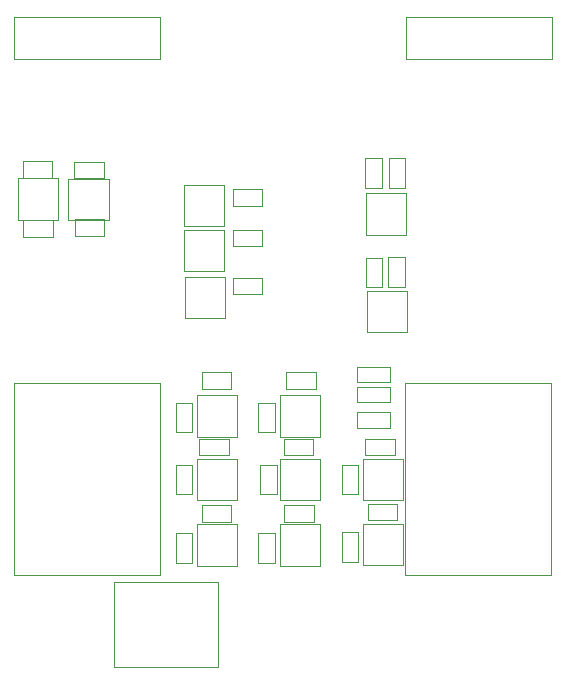
<source format=gbr>
%TF.GenerationSoftware,KiCad,Pcbnew,4.0.7*%
%TF.CreationDate,2017-11-15T23:53:34+08:00*%
%TF.ProjectId,finalRoundNixie,66696E616C526F756E644E697869652E,rev?*%
%TF.FileFunction,Other,User*%
%FSLAX46Y46*%
G04 Gerber Fmt 4.6, Leading zero omitted, Abs format (unit mm)*
G04 Created by KiCad (PCBNEW 4.0.7) date 11/15/17 23:53:34*
%MOMM*%
%LPD*%
G01*
G04 APERTURE LIST*
%ADD10C,0.100000*%
%ADD11C,0.050000*%
G04 APERTURE END LIST*
D10*
D11*
X17850000Y-55300000D02*
X9050000Y-55300000D01*
X17850000Y-48100000D02*
X17850000Y-55300000D01*
X9050000Y-48100000D02*
X17850000Y-48100000D01*
X9050000Y-55300000D02*
X9050000Y-48100000D01*
X32400000Y-31550000D02*
X29600000Y-31550000D01*
X32400000Y-31550000D02*
X32400000Y-32850000D01*
X29600000Y-32850000D02*
X29600000Y-31550000D01*
X29600000Y-32850000D02*
X32400000Y-32850000D01*
X33700000Y-31200000D02*
X33700000Y-47500000D01*
X33700000Y-47500000D02*
X46050000Y-47500000D01*
X46050000Y-47500000D02*
X46050000Y-31200000D01*
X46050000Y-31200000D02*
X33700000Y-31200000D01*
X12900000Y-31200000D02*
X12900000Y-47500000D01*
X12900000Y-47500000D02*
X550000Y-47500000D01*
X550000Y-47500000D02*
X550000Y-31200000D01*
X550000Y-31200000D02*
X12900000Y-31200000D01*
X32300000Y-12200000D02*
X32300000Y-14700000D01*
X32300000Y-12200000D02*
X33700000Y-12200000D01*
X33700000Y-14700000D02*
X32300000Y-14700000D01*
X33700000Y-14700000D02*
X33700000Y-12200000D01*
X31700000Y-14700000D02*
X31700000Y-12200000D01*
X31700000Y-14700000D02*
X30300000Y-14700000D01*
X30300000Y-12200000D02*
X31700000Y-12200000D01*
X30300000Y-12200000D02*
X30300000Y-14700000D01*
X33750000Y-15150000D02*
X30350000Y-15150000D01*
X30350000Y-15150000D02*
X30350000Y-18650000D01*
X30350000Y-18650000D02*
X33750000Y-18650000D01*
X33750000Y-18650000D02*
X33750000Y-15150000D01*
X32250000Y-20550000D02*
X32250000Y-23050000D01*
X32250000Y-20550000D02*
X33650000Y-20550000D01*
X33650000Y-23050000D02*
X32250000Y-23050000D01*
X33650000Y-23050000D02*
X33650000Y-20550000D01*
X31750000Y-23100000D02*
X31750000Y-20600000D01*
X31750000Y-23100000D02*
X30350000Y-23100000D01*
X30350000Y-20600000D02*
X31750000Y-20600000D01*
X30350000Y-20600000D02*
X30350000Y-23100000D01*
X23400000Y-37325000D02*
X25900000Y-37325000D01*
X23400000Y-37325000D02*
X23400000Y-35925000D01*
X25900000Y-35925000D02*
X25900000Y-37325000D01*
X25900000Y-35925000D02*
X23400000Y-35925000D01*
X30300000Y-37325000D02*
X32800000Y-37325000D01*
X30300000Y-37325000D02*
X30300000Y-35925000D01*
X32800000Y-35925000D02*
X32800000Y-37325000D01*
X32800000Y-35925000D02*
X30300000Y-35925000D01*
X23450000Y-42975000D02*
X25950000Y-42975000D01*
X23450000Y-42975000D02*
X23450000Y-41575000D01*
X25950000Y-41575000D02*
X25950000Y-42975000D01*
X25950000Y-41575000D02*
X23450000Y-41575000D01*
X16450000Y-31700000D02*
X18950000Y-31700000D01*
X16450000Y-31700000D02*
X16450000Y-30300000D01*
X18950000Y-30300000D02*
X18950000Y-31700000D01*
X18950000Y-30300000D02*
X16450000Y-30300000D01*
X30500000Y-42825000D02*
X33000000Y-42825000D01*
X30500000Y-42825000D02*
X30500000Y-41425000D01*
X33000000Y-41425000D02*
X33000000Y-42825000D01*
X33000000Y-41425000D02*
X30500000Y-41425000D01*
X16250000Y-37325000D02*
X18750000Y-37325000D01*
X16250000Y-37325000D02*
X16250000Y-35925000D01*
X18750000Y-35925000D02*
X18750000Y-37325000D01*
X18750000Y-35925000D02*
X16250000Y-35925000D01*
X16450000Y-42950000D02*
X18950000Y-42950000D01*
X16450000Y-42950000D02*
X16450000Y-41550000D01*
X18950000Y-41550000D02*
X18950000Y-42950000D01*
X18950000Y-41550000D02*
X16450000Y-41550000D01*
X1300000Y-13850000D02*
X3800000Y-13850000D01*
X1300000Y-13850000D02*
X1300000Y-12450000D01*
X3800000Y-12450000D02*
X3800000Y-13850000D01*
X3800000Y-12450000D02*
X1300000Y-12450000D01*
X23600000Y-31700000D02*
X26100000Y-31700000D01*
X23600000Y-31700000D02*
X23600000Y-30300000D01*
X26100000Y-30300000D02*
X26100000Y-31700000D01*
X26100000Y-30300000D02*
X23600000Y-30300000D01*
X8175000Y-12475000D02*
X5675000Y-12475000D01*
X8175000Y-12475000D02*
X8175000Y-13875000D01*
X5675000Y-13875000D02*
X5675000Y-12475000D01*
X5675000Y-13875000D02*
X8175000Y-13875000D01*
X21600000Y-14800000D02*
X19100000Y-14800000D01*
X21600000Y-14800000D02*
X21600000Y-16200000D01*
X19100000Y-16200000D02*
X19100000Y-14800000D01*
X19100000Y-16200000D02*
X21600000Y-16200000D01*
X21600000Y-18250000D02*
X19100000Y-18250000D01*
X21600000Y-18250000D02*
X21600000Y-19650000D01*
X19100000Y-19650000D02*
X19100000Y-18250000D01*
X19100000Y-19650000D02*
X21600000Y-19650000D01*
X21600000Y-22300000D02*
X19100000Y-22300000D01*
X21600000Y-22300000D02*
X21600000Y-23700000D01*
X19100000Y-23700000D02*
X19100000Y-22300000D01*
X19100000Y-23700000D02*
X21600000Y-23700000D01*
X28300000Y-38125000D02*
X28300000Y-40625000D01*
X28300000Y-38125000D02*
X29700000Y-38125000D01*
X29700000Y-40625000D02*
X28300000Y-40625000D01*
X29700000Y-40625000D02*
X29700000Y-38125000D01*
X14250000Y-32900000D02*
X14250000Y-35400000D01*
X14250000Y-32900000D02*
X15650000Y-32900000D01*
X15650000Y-35400000D02*
X14250000Y-35400000D01*
X15650000Y-35400000D02*
X15650000Y-32900000D01*
X14250000Y-38125000D02*
X14250000Y-40625000D01*
X14250000Y-38125000D02*
X15650000Y-38125000D01*
X15650000Y-40625000D02*
X14250000Y-40625000D01*
X15650000Y-40625000D02*
X15650000Y-38125000D01*
X14250000Y-43925000D02*
X14250000Y-46425000D01*
X14250000Y-43925000D02*
X15650000Y-43925000D01*
X15650000Y-46425000D02*
X14250000Y-46425000D01*
X15650000Y-46425000D02*
X15650000Y-43925000D01*
X21250000Y-32900000D02*
X21250000Y-35400000D01*
X21250000Y-32900000D02*
X22650000Y-32900000D01*
X22650000Y-35400000D02*
X21250000Y-35400000D01*
X22650000Y-35400000D02*
X22650000Y-32900000D01*
X21400000Y-38125000D02*
X21400000Y-40625000D01*
X21400000Y-38125000D02*
X22800000Y-38125000D01*
X22800000Y-40625000D02*
X21400000Y-40625000D01*
X22800000Y-40625000D02*
X22800000Y-38125000D01*
X21250000Y-43925000D02*
X21250000Y-46425000D01*
X21250000Y-43925000D02*
X22650000Y-43925000D01*
X22650000Y-46425000D02*
X21250000Y-46425000D01*
X22650000Y-46425000D02*
X22650000Y-43925000D01*
X28300000Y-43850000D02*
X28300000Y-46350000D01*
X28300000Y-43850000D02*
X29700000Y-43850000D01*
X29700000Y-46350000D02*
X28300000Y-46350000D01*
X29700000Y-46350000D02*
X29700000Y-43850000D01*
X3850000Y-17450000D02*
X1350000Y-17450000D01*
X3850000Y-17450000D02*
X3850000Y-18850000D01*
X1350000Y-18850000D02*
X1350000Y-17450000D01*
X1350000Y-18850000D02*
X3850000Y-18850000D01*
X8225000Y-17375000D02*
X5725000Y-17375000D01*
X8225000Y-17375000D02*
X8225000Y-18775000D01*
X5725000Y-18775000D02*
X5725000Y-17375000D01*
X5725000Y-18775000D02*
X8225000Y-18775000D01*
X33850000Y-23400000D02*
X30450000Y-23400000D01*
X30450000Y-23400000D02*
X30450000Y-26900000D01*
X30450000Y-26900000D02*
X33850000Y-26900000D01*
X33850000Y-26900000D02*
X33850000Y-23400000D01*
X18350000Y-14450000D02*
X14950000Y-14450000D01*
X14950000Y-14450000D02*
X14950000Y-17950000D01*
X14950000Y-17950000D02*
X18350000Y-17950000D01*
X18350000Y-17950000D02*
X18350000Y-14450000D01*
X18350000Y-18250000D02*
X14950000Y-18250000D01*
X14950000Y-18250000D02*
X14950000Y-21750000D01*
X14950000Y-21750000D02*
X18350000Y-21750000D01*
X18350000Y-21750000D02*
X18350000Y-18250000D01*
X18450000Y-22250000D02*
X15050000Y-22250000D01*
X15050000Y-22250000D02*
X15050000Y-25750000D01*
X15050000Y-25750000D02*
X18450000Y-25750000D01*
X18450000Y-25750000D02*
X18450000Y-22250000D01*
X26450000Y-37625000D02*
X23050000Y-37625000D01*
X23050000Y-37625000D02*
X23050000Y-41125000D01*
X23050000Y-41125000D02*
X26450000Y-41125000D01*
X26450000Y-41125000D02*
X26450000Y-37625000D01*
X33500000Y-37625000D02*
X30100000Y-37625000D01*
X30100000Y-37625000D02*
X30100000Y-41125000D01*
X30100000Y-41125000D02*
X33500000Y-41125000D01*
X33500000Y-41125000D02*
X33500000Y-37625000D01*
X26450000Y-43200000D02*
X23050000Y-43200000D01*
X23050000Y-43200000D02*
X23050000Y-46700000D01*
X23050000Y-46700000D02*
X26450000Y-46700000D01*
X26450000Y-46700000D02*
X26450000Y-43200000D01*
X19450000Y-32250000D02*
X16050000Y-32250000D01*
X16050000Y-32250000D02*
X16050000Y-35750000D01*
X16050000Y-35750000D02*
X19450000Y-35750000D01*
X19450000Y-35750000D02*
X19450000Y-32250000D01*
X33500000Y-43125000D02*
X30100000Y-43125000D01*
X30100000Y-43125000D02*
X30100000Y-46625000D01*
X30100000Y-46625000D02*
X33500000Y-46625000D01*
X33500000Y-46625000D02*
X33500000Y-43125000D01*
X19450000Y-37625000D02*
X16050000Y-37625000D01*
X16050000Y-37625000D02*
X16050000Y-41125000D01*
X16050000Y-41125000D02*
X19450000Y-41125000D01*
X19450000Y-41125000D02*
X19450000Y-37625000D01*
X19450000Y-43200000D02*
X16050000Y-43200000D01*
X16050000Y-43200000D02*
X16050000Y-46700000D01*
X16050000Y-46700000D02*
X19450000Y-46700000D01*
X19450000Y-46700000D02*
X19450000Y-43200000D01*
X26450000Y-32250000D02*
X23050000Y-32250000D01*
X23050000Y-32250000D02*
X23050000Y-35750000D01*
X23050000Y-35750000D02*
X26450000Y-35750000D01*
X26450000Y-35750000D02*
X26450000Y-32250000D01*
X8575000Y-13925000D02*
X5175000Y-13925000D01*
X5175000Y-13925000D02*
X5175000Y-17425000D01*
X5175000Y-17425000D02*
X8575000Y-17425000D01*
X8575000Y-17425000D02*
X8575000Y-13925000D01*
X12900000Y-200000D02*
X12900000Y-3800000D01*
X12900000Y-3800000D02*
X550000Y-3800000D01*
X550000Y-3800000D02*
X550000Y-200000D01*
X550000Y-200000D02*
X12900000Y-200000D01*
X33750000Y-200000D02*
X33750000Y-3800000D01*
X33750000Y-3800000D02*
X46100000Y-3800000D01*
X46100000Y-3800000D02*
X46100000Y-200000D01*
X46100000Y-200000D02*
X33750000Y-200000D01*
X29600000Y-35000000D02*
X32400000Y-35000000D01*
X29600000Y-35000000D02*
X29600000Y-33700000D01*
X32400000Y-33700000D02*
X32400000Y-35000000D01*
X32400000Y-33700000D02*
X29600000Y-33700000D01*
X4300000Y-13900000D02*
X900000Y-13900000D01*
X900000Y-13900000D02*
X900000Y-17400000D01*
X900000Y-17400000D02*
X4300000Y-17400000D01*
X4300000Y-17400000D02*
X4300000Y-13900000D01*
X32400000Y-29850000D02*
X29600000Y-29850000D01*
X32400000Y-29850000D02*
X32400000Y-31150000D01*
X29600000Y-31150000D02*
X29600000Y-29850000D01*
X29600000Y-31150000D02*
X32400000Y-31150000D01*
M02*

</source>
